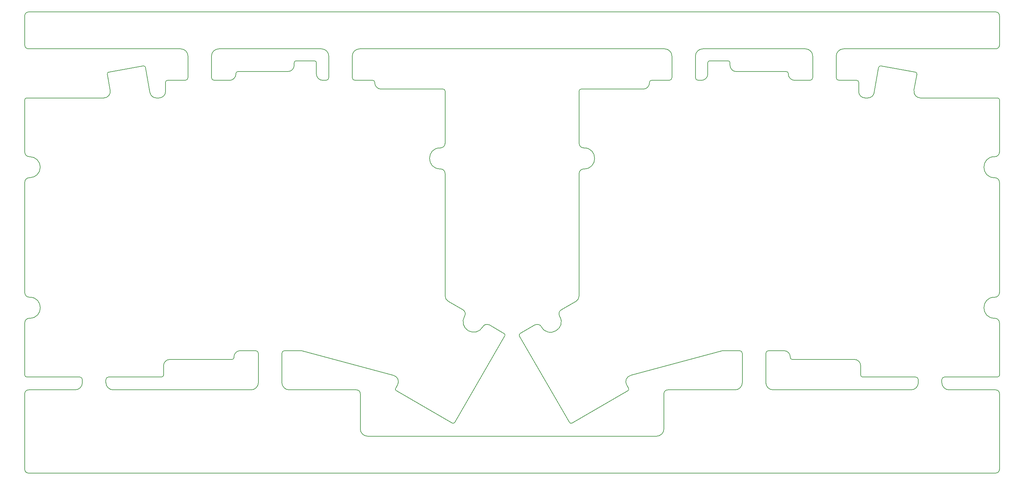
<source format=gm1>
G04 #@! TF.GenerationSoftware,KiCad,Pcbnew,(5.1.4)-1*
G04 #@! TF.CreationDate,2019-09-30T23:05:28-07:00*
G04 #@! TF.ProjectId,Orbit,4f726269-742e-46b6-9963-61645f706362,rev?*
G04 #@! TF.SameCoordinates,Original*
G04 #@! TF.FileFunction,Profile,NP*
%FSLAX46Y46*%
G04 Gerber Fmt 4.6, Leading zero omitted, Abs format (unit mm)*
G04 Created by KiCad (PCBNEW (5.1.4)-1) date 2019-09-30 23:05:28*
%MOMM*%
%LPD*%
G04 APERTURE LIST*
%ADD10C,0.200000*%
G04 APERTURE END LIST*
D10*
X104358669Y-117518750D02*
G75*
G02X105358669Y-118518750I0J-1000000D01*
G01*
X144276614Y-102238157D02*
G75*
G02X144459626Y-102921169I-250000J-433012D01*
G01*
X138492064Y-100457291D02*
X138542064Y-100370688D01*
X187535080Y-128075506D02*
G75*
G02X185535080Y-130075506I-2000000J0D01*
G01*
X254381249Y-117518750D02*
X217106250Y-117518750D01*
X52112500Y-111006250D02*
G75*
G02X53862500Y-109256250I1750000J0D01*
G01*
X133605719Y-97520688D02*
X133555719Y-97607291D01*
X241281249Y-114018750D02*
X255631250Y-114018750D01*
X222231250Y-109256251D02*
G75*
G02X221731249Y-108756250I0J500001D01*
G01*
X52112500Y-113518750D02*
X52112500Y-111006250D01*
X114388696Y-113599684D02*
G75*
G02X115451306Y-116165054I-452934J-1690370D01*
G01*
X37262499Y-114018750D02*
X51612500Y-114018750D01*
X240781249Y-111006250D02*
X240781249Y-113518750D01*
X36512499Y-114768750D02*
G75*
G02X37262499Y-114018750I750000J0D01*
G01*
X256381249Y-114768750D02*
X256381249Y-115518750D01*
X77787500Y-115518750D02*
G75*
G02X75787500Y-117518750I-2000000J0D01*
G01*
X256381249Y-115518750D02*
G75*
G02X254381249Y-117518750I-2000000J0D01*
G01*
X133148187Y-95813156D02*
G75*
G02X133605719Y-97520688I-625000J-1082532D01*
G01*
X215856249Y-106875000D02*
X219981249Y-106875000D01*
X255631250Y-114018751D02*
G75*
G02X256381249Y-114768750I0J-749999D01*
G01*
X114925656Y-117075506D02*
X115451306Y-116165054D01*
X217106250Y-117518750D02*
G75*
G02X215106250Y-115518750I0J2000000D01*
G01*
X241281250Y-114018751D02*
G75*
G02X240781249Y-113518750I0J500001D01*
G01*
X239031249Y-109256250D02*
G75*
G02X240781249Y-111006250I0J-1750000D01*
G01*
X84137500Y-107625000D02*
G75*
G02X84887500Y-106875000I750000J0D01*
G01*
X221731249Y-108625000D02*
X221731249Y-108756250D01*
X219981249Y-106875000D02*
G75*
G02X221731249Y-108625000I0J-1750000D01*
G01*
X107358669Y-130075506D02*
X185535080Y-130075506D01*
X215106249Y-107625000D02*
G75*
G02X215856249Y-106875000I750000J0D01*
G01*
X107358669Y-130075506D02*
G75*
G02X105358669Y-128075506I0J2000000D01*
G01*
X86137500Y-117518750D02*
G75*
G02X84137500Y-115518750I0J2000000D01*
G01*
X115108669Y-117758519D02*
G75*
G02X114925656Y-117075506I250000J433013D01*
G01*
X114388695Y-113599684D02*
X89514373Y-106934629D01*
X105358669Y-118518750D02*
X105358669Y-128075506D01*
X86137500Y-117518750D02*
X104358669Y-117518750D01*
X89061440Y-106875000D02*
X84887500Y-106875000D01*
X84137500Y-107625000D02*
X84137500Y-115518750D01*
X130947126Y-126325506D02*
G75*
G02X130264114Y-126508518I-433012J250000D01*
G01*
X222231249Y-109256250D02*
X239031249Y-109256250D01*
X53862500Y-109256250D02*
X70662500Y-109256250D01*
X36512499Y-115518750D02*
X36512499Y-114768750D01*
X187535080Y-128075506D02*
X187535080Y-118518750D01*
X89061439Y-106874999D02*
G75*
G02X89514373Y-106934629I1J-1750001D01*
G01*
X138542065Y-100370688D02*
G75*
G02X140249596Y-99913157I1082531J-625000D01*
G01*
X138492063Y-100457291D02*
G75*
G02X133555719Y-97607291I-2468172J1425000D01*
G01*
X75787500Y-117518750D02*
X38512499Y-117518750D01*
X144459626Y-102921169D02*
X130947126Y-126325506D01*
X52112500Y-113518750D02*
G75*
G02X51612500Y-114018750I-500000J0D01*
G01*
X215106250Y-115518750D02*
X215106249Y-107625000D01*
X130264114Y-126508518D02*
X115108669Y-117758518D01*
X140249596Y-99913157D02*
X144276614Y-102238157D01*
X38512499Y-117518750D02*
G75*
G02X36512499Y-115518750I0J2000000D01*
G01*
X187706250Y-25056251D02*
X105187500Y-25056251D01*
X127812500Y-35987501D02*
G75*
G02X128312500Y-36487501I0J-500000D01*
G01*
X109262500Y-34106251D02*
X109262500Y-34237501D01*
X189706250Y-32856251D02*
G75*
G02X188956250Y-33606251I-750000J0D01*
G01*
X184131250Y-33606251D02*
X188956250Y-33606251D01*
X165831249Y-51912499D02*
G75*
G02X164581250Y-50662500I0J1249999D01*
G01*
X164581250Y-92010908D02*
G75*
G02X163706250Y-93526452I-1750000J0D01*
G01*
X177785080Y-117758518D02*
X162629635Y-126508518D01*
X264731249Y-117518750D02*
X277331250Y-117518750D01*
X177968092Y-117075506D02*
G75*
G02X177785080Y-117758518I-433012J-250000D01*
G01*
X208006250Y-106875000D02*
X203832309Y-106875000D01*
X208006250Y-106875000D02*
G75*
G02X208756250Y-107625000I0J-750000D01*
G01*
X187535080Y-118518750D02*
G75*
G02X188535080Y-117518750I1000000J0D01*
G01*
X164581250Y-92010908D02*
X164581250Y-58862500D01*
X103937500Y-33606251D02*
X108762500Y-33606251D01*
X189706250Y-32856251D02*
X189706250Y-27056251D01*
X159745562Y-95813157D02*
X163706250Y-93526452D01*
X183631249Y-34237501D02*
X183631250Y-34106251D01*
X165081250Y-35987501D02*
X181881250Y-35987501D01*
X165931249Y-51912500D02*
X165831250Y-51912500D01*
X177442443Y-116165054D02*
X177968093Y-117075506D01*
X161946623Y-126325506D02*
X148434123Y-102921169D01*
X164581250Y-58862501D02*
G75*
G02X165831249Y-57612500I1250000J1D01*
G01*
X165931248Y-51912500D02*
G75*
G02X165931250Y-57612500I1J-2850000D01*
G01*
X177442442Y-116165054D02*
G75*
G02X178505054Y-113599684I1515545J875000D01*
G01*
X183631249Y-34237500D02*
G75*
G02X181881250Y-35987501I-1750000J-1D01*
G01*
X129187500Y-93526452D02*
X133148187Y-95813157D01*
X203379376Y-106934630D02*
G75*
G02X203832309Y-106875000I452933J-1690370D01*
G01*
X208756249Y-115518750D02*
X208756250Y-107625000D01*
X103937500Y-33606251D02*
G75*
G02X103187500Y-32856251I0J750000D01*
G01*
X187706250Y-25056251D02*
G75*
G02X189706250Y-27056251I0J-2000000D01*
G01*
X148434123Y-102921169D02*
G75*
G02X148617135Y-102238157I433012J250000D01*
G01*
X148617135Y-102238157D02*
X152644153Y-99913157D01*
X203379376Y-106934629D02*
X178505054Y-113599684D01*
X277331249Y-117518749D02*
G75*
G02X278331250Y-118518750I0J-1000001D01*
G01*
X103187500Y-27056251D02*
X103187500Y-32856251D01*
X103187500Y-27056251D02*
G75*
G02X105187500Y-25056251I2000000J0D01*
G01*
X159338031Y-97607291D02*
G75*
G02X154401685Y-100457291I-2468173J-1425000D01*
G01*
X154351685Y-100370688D02*
X154401685Y-100457291D01*
X208756249Y-115518750D02*
G75*
G02X206756249Y-117518750I-2000000J0D01*
G01*
X278331249Y-139075505D02*
G75*
G02X277331250Y-140075506I-1000000J-1D01*
G01*
X111012499Y-35987500D02*
G75*
G02X109262500Y-34237501I0J1749999D01*
G01*
X264731249Y-117518750D02*
G75*
G02X262731249Y-115518750I0J2000000D01*
G01*
X183631249Y-34106250D02*
G75*
G02X184131250Y-33606251I500000J-1D01*
G01*
X129187499Y-93526453D02*
G75*
G02X128312499Y-92010908I875001J1515545D01*
G01*
X108762500Y-33606251D02*
G75*
G02X109262500Y-34106251I0J-500000D01*
G01*
X128312500Y-58862500D02*
X128312499Y-92010908D01*
X127062499Y-57612499D02*
G75*
G02X128312500Y-58862500I0J-1250001D01*
G01*
X126962500Y-57612500D02*
X127062500Y-57612500D01*
X126962499Y-57612500D02*
G75*
G02X126962499Y-51912500I0J2850000D01*
G01*
X127062500Y-51912500D02*
X126962499Y-51912500D01*
X278331250Y-118518750D02*
X278331250Y-139075506D01*
X128312500Y-50662500D02*
G75*
G02X127062500Y-51912500I-1250000J0D01*
G01*
X128312500Y-36487501D02*
X128312500Y-50662500D01*
X111012500Y-35987501D02*
X127812499Y-35987501D01*
X164581249Y-36487500D02*
G75*
G02X165081250Y-35987501I500000J-1D01*
G01*
X164581250Y-50662500D02*
X164581250Y-36487501D01*
X165831249Y-57612500D02*
X165931250Y-57612500D01*
X159338030Y-97607291D02*
X159288030Y-97520688D01*
X277331250Y-140075506D02*
X15562500Y-140075506D01*
X159288031Y-97520688D02*
G75*
G02X159745562Y-95813157I1082531J625000D01*
G01*
X152644153Y-99913156D02*
G75*
G02X154351685Y-100370688I625000J-1082532D01*
G01*
X162629635Y-126508518D02*
G75*
G02X161946623Y-126325506I-250000J433012D01*
G01*
X188535080Y-117518750D02*
X206756249Y-117518750D01*
X241981249Y-38368751D02*
G75*
G02X240231249Y-36618751I0J1750000D01*
G01*
X240231250Y-34106251D02*
X240231249Y-36618751D01*
X239731250Y-33606251D02*
G75*
G02X240231250Y-34106251I0J-500000D01*
G01*
X56737500Y-25056251D02*
X15562499Y-25056251D01*
X50172618Y-38368751D02*
X50912500Y-38368751D01*
X47245989Y-30098862D02*
X48449205Y-36922635D01*
X277331249Y-25056251D02*
X236156250Y-25056251D01*
X52662500Y-34106251D02*
G75*
G02X53162500Y-33606251I500000J0D01*
G01*
X234906250Y-33606251D02*
X239731250Y-33606251D01*
X58737500Y-32856251D02*
X58737500Y-27056251D01*
X14562499Y-53043750D02*
X14562499Y-38868751D01*
X277331249Y-15056251D02*
G75*
G02X278331249Y-16056251I0J-1000000D01*
G01*
X14562499Y-16056251D02*
G75*
G02X15562499Y-15056251I1000000J0D01*
G01*
X52662500Y-36618751D02*
G75*
G02X50912500Y-38368751I-1750000J0D01*
G01*
X14562499Y-38868751D02*
G75*
G02X15062499Y-38368751I500000J0D01*
G01*
X14562499Y-24056251D02*
X14562499Y-16056251D01*
X50172618Y-38368750D02*
G75*
G02X48449205Y-36922635I0J1749999D01*
G01*
X36905508Y-31922168D02*
G75*
G02X37311088Y-31342940I492404J86824D01*
G01*
X37680060Y-36314867D02*
G75*
G02X35956646Y-38368751I-1723414J-303884D01*
G01*
X15062499Y-38368751D02*
X35956646Y-38368751D01*
X276981250Y-98093750D02*
G75*
G02X276981250Y-92393750I0J2850000D01*
G01*
X56737500Y-25056251D02*
G75*
G02X58737500Y-27056251I0J-2000000D01*
G01*
X37680059Y-36314866D02*
X36905508Y-31922168D01*
X244444544Y-36922635D02*
X245647760Y-30098862D01*
X277081250Y-98093750D02*
G75*
G02X278331250Y-99343750I0J-1250000D01*
G01*
X278331250Y-38868751D02*
X278331249Y-53043750D01*
X278331249Y-24056251D02*
G75*
G02X277331249Y-25056251I-1000000J0D01*
G01*
X244444545Y-36922635D02*
G75*
G02X242721131Y-38368751I-1723414J303884D01*
G01*
X53162500Y-33606251D02*
X57987500Y-33606251D01*
X58737500Y-32856251D02*
G75*
G02X57987500Y-33606251I-750000J0D01*
G01*
X46666761Y-29693282D02*
G75*
G02X47245989Y-30098862I86824J-492404D01*
G01*
X278331250Y-113518750D02*
G75*
G02X277831250Y-114018750I-500000J0D01*
G01*
X277831250Y-38368751D02*
G75*
G02X278331250Y-38868751I0J-500000D01*
G01*
X262731249Y-114768750D02*
X262731249Y-115518750D01*
X256937102Y-38368751D02*
G75*
G02X255213690Y-36314866I1J1750000D01*
G01*
X262731249Y-114768750D02*
G75*
G02X263481249Y-114018750I750000J0D01*
G01*
X277831250Y-114018750D02*
X263481249Y-114018750D01*
X278331250Y-99343750D02*
X278331250Y-113518750D01*
X278331250Y-61243750D02*
X278331250Y-91143750D01*
X277081250Y-59993750D02*
G75*
G02X278331250Y-61243750I0J-1250000D01*
G01*
X15912501Y-54293750D02*
G75*
G02X15912499Y-59993750I-1J-2850000D01*
G01*
X241981249Y-38368751D02*
X242721131Y-38368751D01*
X276981250Y-59993750D02*
X277081250Y-59993750D01*
X234906250Y-33606251D02*
G75*
G02X234156250Y-32856251I0J750000D01*
G01*
X234156250Y-27056251D02*
X234156250Y-32856251D01*
X276981249Y-98093750D02*
X277081250Y-98093750D01*
X278331249Y-16056251D02*
X278331250Y-24056251D01*
X277081249Y-54293750D02*
X276981249Y-54293750D01*
X246226988Y-29693282D02*
X255582661Y-31342940D01*
X277081250Y-92393750D02*
X276981250Y-92393750D01*
X37311088Y-31342940D02*
X46666761Y-29693282D01*
X278331250Y-91143750D02*
G75*
G02X277081250Y-92393750I-1250000J0D01*
G01*
X276981249Y-59993750D02*
G75*
G02X276981249Y-54293750I0J2850000D01*
G01*
X278331249Y-53043750D02*
G75*
G02X277081249Y-54293750I-1250000J0D01*
G01*
X15562499Y-15056251D02*
X277331249Y-15056251D01*
X256937103Y-38368751D02*
X277831250Y-38368751D01*
X15562499Y-25056251D02*
G75*
G02X14562499Y-24056251I0J1000000D01*
G01*
X15812500Y-54293751D02*
G75*
G02X14562499Y-53043750I0J1250001D01*
G01*
X234156250Y-27056251D02*
G75*
G02X236156250Y-25056251I2000000J0D01*
G01*
X52662500Y-36618751D02*
X52662500Y-34106251D01*
X15912500Y-54293750D02*
X15812500Y-54293750D01*
X255988241Y-31922168D02*
X255213690Y-36314866D01*
X255582661Y-31342940D02*
G75*
G02X255988241Y-31922168I-86824J-492404D01*
G01*
X245647760Y-30098862D02*
G75*
G02X246226988Y-29693282I492404J-86824D01*
G01*
X196806250Y-33606251D02*
X197656249Y-33606251D01*
X196056250Y-27056251D02*
G75*
G02X198056250Y-25056251I2000000J0D01*
G01*
X196056250Y-27056251D02*
X196056250Y-32856251D01*
X227806250Y-32856251D02*
G75*
G02X227056250Y-33606251I-750000J0D01*
G01*
X220681249Y-31225001D02*
G75*
G02X221181249Y-31725001I0J-500000D01*
G01*
X204906249Y-28306251D02*
G75*
G02X205406249Y-28806251I0J-500000D01*
G01*
X87487500Y-29475001D02*
X87487500Y-28806251D01*
X65087500Y-27056251D02*
G75*
G02X67087500Y-25056251I2000000J0D01*
G01*
X65087500Y-27056251D02*
X65087500Y-32856251D01*
X225806250Y-25056251D02*
G75*
G02X227806250Y-27056251I0J-2000000D01*
G01*
X92987500Y-28306251D02*
G75*
G02X93487500Y-28806251I0J-500000D01*
G01*
X93487500Y-28806251D02*
X93487500Y-31856251D01*
X87987500Y-28306251D02*
X92987500Y-28306251D01*
X14562499Y-61243750D02*
G75*
G02X15812499Y-59993750I1250000J0D01*
G01*
X225806250Y-25056251D02*
X198056250Y-25056251D01*
X95237500Y-33606251D02*
G75*
G02X93487500Y-31856251I0J1750000D01*
G01*
X65837500Y-33606251D02*
X69962500Y-33606251D01*
X94837499Y-25056251D02*
G75*
G02X96837499Y-27056251I0J-2000000D01*
G01*
X14562500Y-99343751D02*
G75*
G02X15812499Y-98093750I1250000J1D01*
G01*
X30162499Y-115518749D02*
G75*
G02X28162500Y-117518750I-2000000J-1D01*
G01*
X96837499Y-32856251D02*
X96837499Y-27056251D01*
X222931249Y-33606251D02*
G75*
G02X221181249Y-31856251I0J1750000D01*
G01*
X199906249Y-28306251D02*
X204906249Y-28306251D01*
X71712500Y-31856251D02*
X71712500Y-31725001D01*
X96837499Y-32856250D02*
G75*
G02X96087500Y-33606251I-750000J-1D01*
G01*
X15812499Y-59993750D02*
X15912499Y-59993750D01*
X14562500Y-91143750D02*
X14562499Y-61243750D01*
X15912499Y-92393750D02*
X15812499Y-92393750D01*
X196806250Y-33606251D02*
G75*
G02X196056250Y-32856251I0J750000D01*
G01*
X71712500Y-31856251D02*
G75*
G02X69962500Y-33606251I-1750000J0D01*
G01*
X65837500Y-33606251D02*
G75*
G02X65087500Y-32856251I0J750000D01*
G01*
X15812500Y-92393750D02*
G75*
G02X14562500Y-91143750I0J1250000D01*
G01*
X15912498Y-92393750D02*
G75*
G02X15912500Y-98093750I1J-2850000D01*
G01*
X14562499Y-113518750D02*
X14562499Y-99343750D01*
X199406249Y-31856251D02*
G75*
G02X197656249Y-33606251I-1750000J0D01*
G01*
X222931249Y-33606251D02*
X227056250Y-33606251D01*
X221181249Y-31725001D02*
X221181249Y-31856251D01*
X95237500Y-33606251D02*
X96087500Y-33606251D01*
X29412500Y-114018750D02*
X15062500Y-114018750D01*
X87487500Y-28806251D02*
G75*
G02X87987500Y-28306251I500000J0D01*
G01*
X15562500Y-140075506D02*
G75*
G02X14562500Y-139075506I0J1000000D01*
G01*
X207156249Y-31225001D02*
X220681249Y-31225001D01*
X72212500Y-31225001D02*
X85737500Y-31225001D01*
X94837500Y-25056251D02*
X67087500Y-25056251D01*
X29412500Y-114018750D02*
G75*
G02X30162500Y-114768750I0J-750000D01*
G01*
X207156249Y-31225001D02*
G75*
G02X205406249Y-29475001I0J1750000D01*
G01*
X205406249Y-28806251D02*
X205406249Y-29475001D01*
X227806250Y-32856251D02*
X227806250Y-27056251D01*
X15812499Y-98093750D02*
X15912500Y-98093750D01*
X15062500Y-114018751D02*
G75*
G02X14562499Y-113518750I0J500001D01*
G01*
X30162500Y-115518750D02*
X30162500Y-114768750D01*
X15562500Y-117518750D02*
X28162500Y-117518750D01*
X14562500Y-118518750D02*
G75*
G02X15562500Y-117518750I1000000J0D01*
G01*
X71712500Y-31725001D02*
G75*
G02X72212500Y-31225001I500000J0D01*
G01*
X199406249Y-28806251D02*
G75*
G02X199906249Y-28306251I500000J0D01*
G01*
X87487500Y-29475001D02*
G75*
G02X85737500Y-31225001I-1750000J0D01*
G01*
X14562500Y-139075506D02*
X14562500Y-118518750D01*
X199406249Y-31856251D02*
X199406249Y-28806251D01*
X77037500Y-106875000D02*
G75*
G02X77787500Y-107625000I0J-750000D01*
G01*
X71162500Y-108756250D02*
G75*
G02X70662500Y-109256250I-500000J0D01*
G01*
X71162500Y-108625000D02*
G75*
G02X72912500Y-106875000I1750000J0D01*
G01*
X72912500Y-106875000D02*
X77037500Y-106875000D01*
X71162500Y-108756250D02*
X71162500Y-108625000D01*
X77787500Y-107625000D02*
X77787500Y-115518750D01*
M02*

</source>
